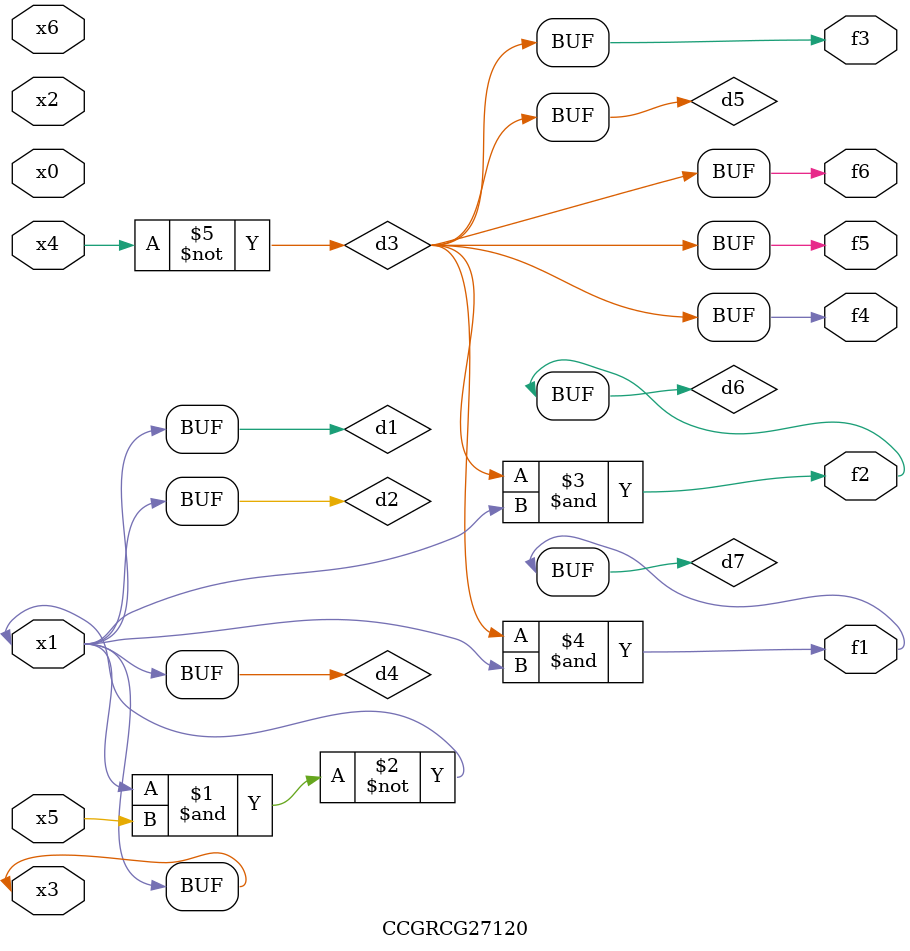
<source format=v>
module CCGRCG27120(
	input x0, x1, x2, x3, x4, x5, x6,
	output f1, f2, f3, f4, f5, f6
);

	wire d1, d2, d3, d4, d5, d6, d7;

	buf (d1, x1, x3);
	nand (d2, x1, x5);
	not (d3, x4);
	buf (d4, d1, d2);
	buf (d5, d3);
	and (d6, d3, d4);
	and (d7, d3, d4);
	assign f1 = d7;
	assign f2 = d6;
	assign f3 = d5;
	assign f4 = d5;
	assign f5 = d5;
	assign f6 = d5;
endmodule

</source>
